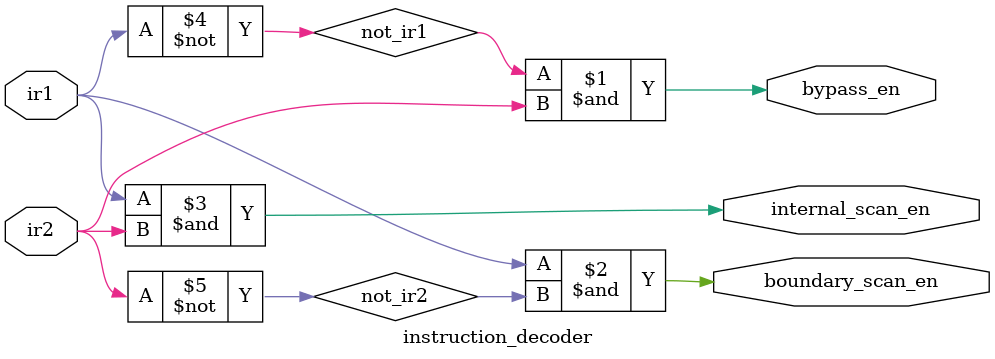
<source format=v>

module instruction_decoder(
  ir1, ir2, bypass_en, boundary_scan_en, internal_scan_en
);
  input ir1, ir2;
  output bypass_en, boundary_scan_en, internal_scan_en;
  
  wire not_ir1, nor_ir2;
  not NOT_1(not_ir1, ir1);
  not NOT_2(not_ir2, ir2);
  and ADN_1(bypass_en, not_ir1, ir2);
  and ADN_2(boundary_scan_en, ir1, not_ir2);
  and ADN_3(internal_scan_en, ir1, ir2);

endmodule
</source>
